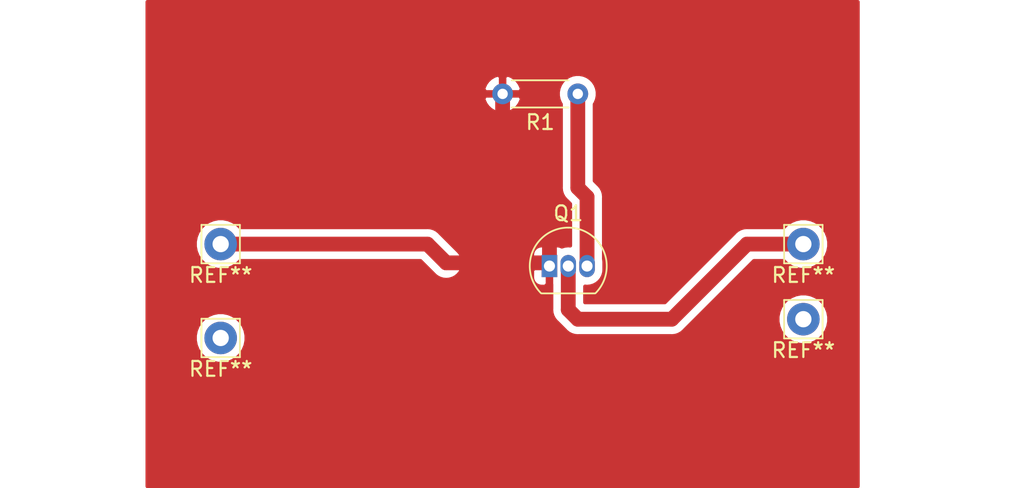
<source format=kicad_pcb>
(kicad_pcb (version 20171130) (host pcbnew "(5.1.4)-1")

  (general
    (thickness 1.6)
    (drawings 0)
    (tracks 15)
    (zones 0)
    (modules 6)
    (nets 4)
  )

  (page A4)
  (layers
    (0 F.Cu signal)
    (31 B.Cu signal)
    (32 B.Adhes user)
    (33 F.Adhes user)
    (34 B.Paste user)
    (35 F.Paste user)
    (36 B.SilkS user)
    (37 F.SilkS user)
    (38 B.Mask user)
    (39 F.Mask user)
    (40 Dwgs.User user)
    (41 Cmts.User user)
    (42 Eco1.User user)
    (43 Eco2.User user)
    (44 Edge.Cuts user)
    (45 Margin user)
    (46 B.CrtYd user)
    (47 F.CrtYd user)
    (48 B.Fab user)
    (49 F.Fab user)
  )

  (setup
    (last_trace_width 1)
    (user_trace_width 1)
    (trace_clearance 0.2)
    (zone_clearance 0.508)
    (zone_45_only no)
    (trace_min 0.2)
    (via_size 0.8)
    (via_drill 0.4)
    (via_min_size 0.4)
    (via_min_drill 0.3)
    (uvia_size 0.3)
    (uvia_drill 0.1)
    (uvias_allowed no)
    (uvia_min_size 0.2)
    (uvia_min_drill 0.1)
    (edge_width 0.05)
    (segment_width 0.2)
    (pcb_text_width 0.3)
    (pcb_text_size 1.5 1.5)
    (mod_edge_width 0.12)
    (mod_text_size 1 1)
    (mod_text_width 0.15)
    (pad_size 1.524 1.524)
    (pad_drill 0.762)
    (pad_to_mask_clearance 0.051)
    (solder_mask_min_width 0.25)
    (aux_axis_origin 0 0)
    (visible_elements FFFFFF7F)
    (pcbplotparams
      (layerselection 0x010fc_ffffffff)
      (usegerberextensions false)
      (usegerberattributes false)
      (usegerberadvancedattributes false)
      (creategerberjobfile false)
      (excludeedgelayer true)
      (linewidth 0.100000)
      (plotframeref false)
      (viasonmask false)
      (mode 1)
      (useauxorigin false)
      (hpglpennumber 1)
      (hpglpenspeed 20)
      (hpglpendiameter 15.000000)
      (psnegative false)
      (psa4output false)
      (plotreference true)
      (plotvalue true)
      (plotinvisibletext false)
      (padsonsilk false)
      (subtractmaskfromsilk false)
      (outputformat 1)
      (mirror false)
      (drillshape 1)
      (scaleselection 1)
      (outputdirectory ""))
  )

  (net 0 "")
  (net 1 Earth)
  (net 2 "Net-(Q1-Pad3)")
  (net 3 "Net-(Q1-Pad2)")

  (net_class Default "Esta es la clase de red por defecto."
    (clearance 0.2)
    (trace_width 0.25)
    (via_dia 0.8)
    (via_drill 0.4)
    (uvia_dia 0.3)
    (uvia_drill 0.1)
    (add_net Earth)
    (add_net "Net-(Q1-Pad2)")
    (add_net "Net-(Q1-Pad3)")
  )

  (module Connector_Pin:Pin_D1.1mm_L8.5mm_W2.5mm_FlatFork (layer F.Cu) (tedit 5A1DC085) (tstamp 5D9A8C31)
    (at 173.99 110.49)
    (descr "solder Pin_ with flat fork, hole diameter 1.1mm, length 8.5mm, width 2.5mm")
    (tags "solder Pin_ with flat fork")
    (fp_text reference REF** (at 0 2.1) (layer F.SilkS)
      (effects (font (size 1 1) (thickness 0.15)))
    )
    (fp_text value Pin_D1.1mm_L8.5mm_W2.5mm_FlatFork (at 0 -2.05) (layer F.Fab)
      (effects (font (size 1 1) (thickness 0.15)))
    )
    (fp_line (start 1.75 1.6) (end -1.75 1.6) (layer F.CrtYd) (width 0.05))
    (fp_line (start 1.75 1.6) (end 1.75 -1.6) (layer F.CrtYd) (width 0.05))
    (fp_line (start -1.75 -1.6) (end -1.75 1.6) (layer F.CrtYd) (width 0.05))
    (fp_line (start -1.75 -1.6) (end 1.75 -1.6) (layer F.CrtYd) (width 0.05))
    (fp_line (start 1.25 -0.25) (end -1.25 -0.25) (layer F.Fab) (width 0.12))
    (fp_line (start 1.25 0.25) (end 1.25 -0.25) (layer F.Fab) (width 0.12))
    (fp_line (start -1.25 0.25) (end 1.25 0.25) (layer F.Fab) (width 0.12))
    (fp_line (start -1.25 -0.25) (end -1.25 0.25) (layer F.Fab) (width 0.12))
    (fp_line (start -1.3 1.3) (end 1.3 1.3) (layer F.SilkS) (width 0.12))
    (fp_line (start 1.3 -1.3) (end 1.3 1.3) (layer F.SilkS) (width 0.12))
    (fp_line (start -1.3 -1.3) (end 1.3 -1.3) (layer F.SilkS) (width 0.12))
    (fp_line (start -1.3 1.3) (end -1.3 -1.3) (layer F.SilkS) (width 0.12))
    (fp_text user %R (at 0 2.1) (layer F.Fab)
      (effects (font (size 1 1) (thickness 0.15)))
    )
    (pad 1 thru_hole circle (at 0 0) (size 2.2 2.2) (drill 1.1) (layers *.Cu *.Mask))
    (model ${KISYS3DMOD}/Connector_Pin.3dshapes/Pin_D1.1mm_L8.5mm_W2.5mm_FlatFork.wrl
      (at (xyz 0 0 0))
      (scale (xyz 1 1 1))
      (rotate (xyz 0 0 0))
    )
  )

  (module Connector_Pin:Pin_D1.1mm_L8.5mm_W2.5mm_FlatFork (layer F.Cu) (tedit 5A1DC085) (tstamp 5D9A8BEC)
    (at 173.99 105.41)
    (descr "solder Pin_ with flat fork, hole diameter 1.1mm, length 8.5mm, width 2.5mm")
    (tags "solder Pin_ with flat fork")
    (fp_text reference REF** (at 0 2.1) (layer F.SilkS)
      (effects (font (size 1 1) (thickness 0.15)))
    )
    (fp_text value Pin_D1.1mm_L8.5mm_W2.5mm_FlatFork (at 0 -2.05) (layer F.Fab)
      (effects (font (size 1 1) (thickness 0.15)))
    )
    (fp_line (start 1.75 1.6) (end -1.75 1.6) (layer F.CrtYd) (width 0.05))
    (fp_line (start 1.75 1.6) (end 1.75 -1.6) (layer F.CrtYd) (width 0.05))
    (fp_line (start -1.75 -1.6) (end -1.75 1.6) (layer F.CrtYd) (width 0.05))
    (fp_line (start -1.75 -1.6) (end 1.75 -1.6) (layer F.CrtYd) (width 0.05))
    (fp_line (start 1.25 -0.25) (end -1.25 -0.25) (layer F.Fab) (width 0.12))
    (fp_line (start 1.25 0.25) (end 1.25 -0.25) (layer F.Fab) (width 0.12))
    (fp_line (start -1.25 0.25) (end 1.25 0.25) (layer F.Fab) (width 0.12))
    (fp_line (start -1.25 -0.25) (end -1.25 0.25) (layer F.Fab) (width 0.12))
    (fp_line (start -1.3 1.3) (end 1.3 1.3) (layer F.SilkS) (width 0.12))
    (fp_line (start 1.3 -1.3) (end 1.3 1.3) (layer F.SilkS) (width 0.12))
    (fp_line (start -1.3 -1.3) (end 1.3 -1.3) (layer F.SilkS) (width 0.12))
    (fp_line (start -1.3 1.3) (end -1.3 -1.3) (layer F.SilkS) (width 0.12))
    (fp_text user %R (at 0 2.1) (layer F.Fab)
      (effects (font (size 1 1) (thickness 0.15)))
    )
    (pad 1 thru_hole circle (at 0 0) (size 2.2 2.2) (drill 1.1) (layers *.Cu *.Mask))
    (model ${KISYS3DMOD}/Connector_Pin.3dshapes/Pin_D1.1mm_L8.5mm_W2.5mm_FlatFork.wrl
      (at (xyz 0 0 0))
      (scale (xyz 1 1 1))
      (rotate (xyz 0 0 0))
    )
  )

  (module Connector_Pin:Pin_D1.1mm_L8.5mm_W2.5mm_FlatFork (layer F.Cu) (tedit 5A1DC085) (tstamp 5D9A8BA7)
    (at 134.62 111.76)
    (descr "solder Pin_ with flat fork, hole diameter 1.1mm, length 8.5mm, width 2.5mm")
    (tags "solder Pin_ with flat fork")
    (fp_text reference REF** (at 0 2.1) (layer F.SilkS)
      (effects (font (size 1 1) (thickness 0.15)))
    )
    (fp_text value Pin_D1.1mm_L8.5mm_W2.5mm_FlatFork (at 0 -2.05) (layer F.Fab)
      (effects (font (size 1 1) (thickness 0.15)))
    )
    (fp_line (start 1.75 1.6) (end -1.75 1.6) (layer F.CrtYd) (width 0.05))
    (fp_line (start 1.75 1.6) (end 1.75 -1.6) (layer F.CrtYd) (width 0.05))
    (fp_line (start -1.75 -1.6) (end -1.75 1.6) (layer F.CrtYd) (width 0.05))
    (fp_line (start -1.75 -1.6) (end 1.75 -1.6) (layer F.CrtYd) (width 0.05))
    (fp_line (start 1.25 -0.25) (end -1.25 -0.25) (layer F.Fab) (width 0.12))
    (fp_line (start 1.25 0.25) (end 1.25 -0.25) (layer F.Fab) (width 0.12))
    (fp_line (start -1.25 0.25) (end 1.25 0.25) (layer F.Fab) (width 0.12))
    (fp_line (start -1.25 -0.25) (end -1.25 0.25) (layer F.Fab) (width 0.12))
    (fp_line (start -1.3 1.3) (end 1.3 1.3) (layer F.SilkS) (width 0.12))
    (fp_line (start 1.3 -1.3) (end 1.3 1.3) (layer F.SilkS) (width 0.12))
    (fp_line (start -1.3 -1.3) (end 1.3 -1.3) (layer F.SilkS) (width 0.12))
    (fp_line (start -1.3 1.3) (end -1.3 -1.3) (layer F.SilkS) (width 0.12))
    (fp_text user %R (at 0 2.1) (layer F.Fab)
      (effects (font (size 1 1) (thickness 0.15)))
    )
    (pad 1 thru_hole circle (at 0 0) (size 2.2 2.2) (drill 1.1) (layers *.Cu *.Mask))
    (model ${KISYS3DMOD}/Connector_Pin.3dshapes/Pin_D1.1mm_L8.5mm_W2.5mm_FlatFork.wrl
      (at (xyz 0 0 0))
      (scale (xyz 1 1 1))
      (rotate (xyz 0 0 0))
    )
  )

  (module Connector_Pin:Pin_D1.1mm_L8.5mm_W2.5mm_FlatFork (layer F.Cu) (tedit 5A1DC085) (tstamp 5D9A8B62)
    (at 134.62 105.41)
    (descr "solder Pin_ with flat fork, hole diameter 1.1mm, length 8.5mm, width 2.5mm")
    (tags "solder Pin_ with flat fork")
    (fp_text reference REF** (at 0 2.1) (layer F.SilkS)
      (effects (font (size 1 1) (thickness 0.15)))
    )
    (fp_text value Pin_D1.1mm_L8.5mm_W2.5mm_FlatFork (at 0 -2.05) (layer F.Fab)
      (effects (font (size 1 1) (thickness 0.15)))
    )
    (fp_line (start 1.75 1.6) (end -1.75 1.6) (layer F.CrtYd) (width 0.05))
    (fp_line (start 1.75 1.6) (end 1.75 -1.6) (layer F.CrtYd) (width 0.05))
    (fp_line (start -1.75 -1.6) (end -1.75 1.6) (layer F.CrtYd) (width 0.05))
    (fp_line (start -1.75 -1.6) (end 1.75 -1.6) (layer F.CrtYd) (width 0.05))
    (fp_line (start 1.25 -0.25) (end -1.25 -0.25) (layer F.Fab) (width 0.12))
    (fp_line (start 1.25 0.25) (end 1.25 -0.25) (layer F.Fab) (width 0.12))
    (fp_line (start -1.25 0.25) (end 1.25 0.25) (layer F.Fab) (width 0.12))
    (fp_line (start -1.25 -0.25) (end -1.25 0.25) (layer F.Fab) (width 0.12))
    (fp_line (start -1.3 1.3) (end 1.3 1.3) (layer F.SilkS) (width 0.12))
    (fp_line (start 1.3 -1.3) (end 1.3 1.3) (layer F.SilkS) (width 0.12))
    (fp_line (start -1.3 -1.3) (end 1.3 -1.3) (layer F.SilkS) (width 0.12))
    (fp_line (start -1.3 1.3) (end -1.3 -1.3) (layer F.SilkS) (width 0.12))
    (fp_text user %R (at 0 2.1) (layer F.Fab)
      (effects (font (size 1 1) (thickness 0.15)))
    )
    (pad 1 thru_hole circle (at 0 0) (size 2.2 2.2) (drill 1.1) (layers *.Cu *.Mask))
    (model ${KISYS3DMOD}/Connector_Pin.3dshapes/Pin_D1.1mm_L8.5mm_W2.5mm_FlatFork.wrl
      (at (xyz 0 0 0))
      (scale (xyz 1 1 1))
      (rotate (xyz 0 0 0))
    )
  )

  (module Resistor_THT:R_Axial_DIN0204_L3.6mm_D1.6mm_P5.08mm_Horizontal (layer F.Cu) (tedit 5AE5139B) (tstamp 5D9A87CA)
    (at 158.75 95.25 180)
    (descr "Resistor, Axial_DIN0204 series, Axial, Horizontal, pin pitch=5.08mm, 0.167W, length*diameter=3.6*1.6mm^2, http://cdn-reichelt.de/documents/datenblatt/B400/1_4W%23YAG.pdf")
    (tags "Resistor Axial_DIN0204 series Axial Horizontal pin pitch 5.08mm 0.167W length 3.6mm diameter 1.6mm")
    (path /5D9A3B49)
    (fp_text reference R1 (at 2.54 -1.92) (layer F.SilkS)
      (effects (font (size 1 1) (thickness 0.15)))
    )
    (fp_text value R (at 2.54 1.92) (layer F.Fab)
      (effects (font (size 1 1) (thickness 0.15)))
    )
    (fp_text user %R (at 7.914999 -7.425001) (layer F.Fab)
      (effects (font (size 0.72 0.72) (thickness 0.108)))
    )
    (fp_line (start 6.03 -1.05) (end -0.95 -1.05) (layer F.CrtYd) (width 0.05))
    (fp_line (start 6.03 1.05) (end 6.03 -1.05) (layer F.CrtYd) (width 0.05))
    (fp_line (start -0.95 1.05) (end 6.03 1.05) (layer F.CrtYd) (width 0.05))
    (fp_line (start -0.95 -1.05) (end -0.95 1.05) (layer F.CrtYd) (width 0.05))
    (fp_line (start 0.62 0.92) (end 4.46 0.92) (layer F.SilkS) (width 0.12))
    (fp_line (start 0.62 -0.92) (end 4.46 -0.92) (layer F.SilkS) (width 0.12))
    (fp_line (start 5.08 0) (end 4.34 0) (layer F.Fab) (width 0.1))
    (fp_line (start 0 0) (end 0.74 0) (layer F.Fab) (width 0.1))
    (fp_line (start 4.34 -0.8) (end 0.74 -0.8) (layer F.Fab) (width 0.1))
    (fp_line (start 4.34 0.8) (end 4.34 -0.8) (layer F.Fab) (width 0.1))
    (fp_line (start 0.74 0.8) (end 4.34 0.8) (layer F.Fab) (width 0.1))
    (fp_line (start 0.74 -0.8) (end 0.74 0.8) (layer F.Fab) (width 0.1))
    (pad 2 thru_hole oval (at 5.08 0 180) (size 1.4 1.4) (drill 0.7) (layers *.Cu *.Mask)
      (net 1 Earth))
    (pad 1 thru_hole circle (at 0 0 180) (size 1.4 1.4) (drill 0.7) (layers *.Cu *.Mask)
      (net 2 "Net-(Q1-Pad3)"))
    (model ${KISYS3DMOD}/Resistor_THT.3dshapes/R_Axial_DIN0204_L3.6mm_D1.6mm_P5.08mm_Horizontal.wrl
      (at (xyz 0 0 0))
      (scale (xyz 1 1 1))
      (rotate (xyz 0 0 0))
    )
  )

  (module Package_TO_SOT_THT:TO-92_Inline (layer F.Cu) (tedit 5A1DD157) (tstamp 5D9A87B7)
    (at 156.835001 106.895001)
    (descr "TO-92 leads in-line, narrow, oval pads, drill 0.75mm (see NXP sot054_po.pdf)")
    (tags "to-92 sc-43 sc-43a sot54 PA33 transistor")
    (path /5D9A405A)
    (fp_text reference Q1 (at 1.27 -3.56) (layer F.SilkS)
      (effects (font (size 1 1) (thickness 0.15)))
    )
    (fp_text value BT169B (at 1.27 2.79) (layer F.Fab)
      (effects (font (size 1 1) (thickness 0.15)))
    )
    (fp_arc (start 1.27 0) (end 1.27 -2.6) (angle 135) (layer F.SilkS) (width 0.12))
    (fp_arc (start 1.27 0) (end 1.27 -2.48) (angle -135) (layer F.Fab) (width 0.1))
    (fp_arc (start 1.27 0) (end 1.27 -2.6) (angle -135) (layer F.SilkS) (width 0.12))
    (fp_arc (start 1.27 0) (end 1.27 -2.48) (angle 135) (layer F.Fab) (width 0.1))
    (fp_line (start 4 2.01) (end -1.46 2.01) (layer F.CrtYd) (width 0.05))
    (fp_line (start 4 2.01) (end 4 -2.73) (layer F.CrtYd) (width 0.05))
    (fp_line (start -1.46 -2.73) (end -1.46 2.01) (layer F.CrtYd) (width 0.05))
    (fp_line (start -1.46 -2.73) (end 4 -2.73) (layer F.CrtYd) (width 0.05))
    (fp_line (start -0.5 1.75) (end 3 1.75) (layer F.Fab) (width 0.1))
    (fp_line (start -0.53 1.85) (end 3.07 1.85) (layer F.SilkS) (width 0.12))
    (fp_text user %R (at 1.27 -3.56) (layer F.Fab)
      (effects (font (size 1 1) (thickness 0.15)))
    )
    (pad 1 thru_hole rect (at 0 0) (size 1.05 1.5) (drill 0.75) (layers *.Cu *.Mask)
      (net 1 Earth))
    (pad 3 thru_hole oval (at 2.54 0) (size 1.05 1.5) (drill 0.75) (layers *.Cu *.Mask)
      (net 2 "Net-(Q1-Pad3)"))
    (pad 2 thru_hole oval (at 1.27 0) (size 1.05 1.5) (drill 0.75) (layers *.Cu *.Mask)
      (net 3 "Net-(Q1-Pad2)"))
    (model ${KISYS3DMOD}/Package_TO_SOT_THT.3dshapes/TO-92_Inline.wrl
      (at (xyz 0 0 0))
      (scale (xyz 1 1 1))
      (rotate (xyz 0 0 0))
    )
  )

  (segment (start 134.62 105.41) (end 148.59 105.41) (width 1) (layer F.Cu) (net 0))
  (segment (start 148.59 105.41) (end 149.86 106.68) (width 1) (layer F.Cu) (net 0))
  (segment (start 156.62 106.68) (end 156.835001 106.895001) (width 1) (layer F.Cu) (net 1))
  (segment (start 149.86 106.68) (end 156.62 106.68) (width 1) (layer F.Cu) (net 1))
  (segment (start 156.835001 106.895001) (end 156.835001 100.955001) (width 1) (layer F.Cu) (net 1))
  (segment (start 153.67 97.79) (end 153.67 95.25) (width 1) (layer F.Cu) (net 1))
  (segment (start 156.835001 100.955001) (end 153.67 97.79) (width 1) (layer F.Cu) (net 1))
  (segment (start 158.75 95.25) (end 158.75 101.6) (width 1) (layer F.Cu) (net 2))
  (segment (start 159.375001 102.225001) (end 159.375001 106.895001) (width 1) (layer F.Cu) (net 2))
  (segment (start 158.75 101.6) (end 159.375001 102.225001) (width 1) (layer F.Cu) (net 2))
  (segment (start 158.105001 106.895001) (end 158.105001 109.845001) (width 1) (layer F.Cu) (net 3))
  (segment (start 158.105001 109.845001) (end 158.75 110.49) (width 1) (layer F.Cu) (net 3))
  (segment (start 158.75 110.49) (end 165.1 110.49) (width 1) (layer F.Cu) (net 3))
  (segment (start 170.18 105.41) (end 173.99 105.41) (width 1) (layer F.Cu) (net 3))
  (segment (start 165.1 110.49) (end 170.18 105.41) (width 1) (layer F.Cu) (net 3))

  (zone (net 1) (net_name Earth) (layer F.Cu) (tstamp 0) (hatch edge 0.508)
    (connect_pads (clearance 0.508))
    (min_thickness 0.254)
    (fill yes (arc_segments 32) (thermal_gap 0.508) (thermal_bridge_width 0.508))
    (polygon
      (pts
        (xy 129.54 88.9) (xy 177.8 88.9) (xy 177.8 121.92) (xy 129.54 121.92)
      )
    )
    (filled_polygon
      (pts
        (xy 177.673 121.793) (xy 129.667 121.793) (xy 129.667 111.589117) (xy 132.885 111.589117) (xy 132.885 111.930883)
        (xy 132.951675 112.266081) (xy 133.082463 112.581831) (xy 133.272337 112.865998) (xy 133.514002 113.107663) (xy 133.798169 113.297537)
        (xy 134.113919 113.428325) (xy 134.449117 113.495) (xy 134.790883 113.495) (xy 135.126081 113.428325) (xy 135.441831 113.297537)
        (xy 135.725998 113.107663) (xy 135.967663 112.865998) (xy 136.157537 112.581831) (xy 136.288325 112.266081) (xy 136.355 111.930883)
        (xy 136.355 111.589117) (xy 136.288325 111.253919) (xy 136.157537 110.938169) (xy 135.967663 110.654002) (xy 135.725998 110.412337)
        (xy 135.441831 110.222463) (xy 135.126081 110.091675) (xy 134.790883 110.025) (xy 134.449117 110.025) (xy 134.113919 110.091675)
        (xy 133.798169 110.222463) (xy 133.514002 110.412337) (xy 133.272337 110.654002) (xy 133.082463 110.938169) (xy 132.951675 111.253919)
        (xy 132.885 111.589117) (xy 129.667 111.589117) (xy 129.667 105.239117) (xy 132.885 105.239117) (xy 132.885 105.580883)
        (xy 132.951675 105.916081) (xy 133.082463 106.231831) (xy 133.272337 106.515998) (xy 133.514002 106.757663) (xy 133.798169 106.947537)
        (xy 134.113919 107.078325) (xy 134.449117 107.145) (xy 134.790883 107.145) (xy 135.126081 107.078325) (xy 135.441831 106.947537)
        (xy 135.725998 106.757663) (xy 135.938661 106.545) (xy 148.119869 106.545) (xy 149.096856 107.521988) (xy 149.226377 107.628283)
        (xy 149.423553 107.733675) (xy 149.6375 107.798577) (xy 149.859999 107.82049) (xy 150.082498 107.798577) (xy 150.296446 107.733675)
        (xy 150.462344 107.645001) (xy 155.671929 107.645001) (xy 155.684189 107.769483) (xy 155.720499 107.889181) (xy 155.779464 107.999495)
        (xy 155.858816 108.096186) (xy 155.955507 108.175538) (xy 156.065821 108.234503) (xy 156.185519 108.270813) (xy 156.310001 108.283073)
        (xy 156.549251 108.280001) (xy 156.708001 108.121251) (xy 156.708001 107.022001) (xy 155.833751 107.022001) (xy 155.675001 107.180751)
        (xy 155.671929 107.645001) (xy 150.462344 107.645001) (xy 150.493622 107.628283) (xy 150.666448 107.486448) (xy 150.808283 107.313622)
        (xy 150.913675 107.116446) (xy 150.978577 106.902498) (xy 151.00049 106.679999) (xy 150.978577 106.4575) (xy 150.913675 106.243553)
        (xy 150.860999 106.145001) (xy 155.671929 106.145001) (xy 155.675001 106.609251) (xy 155.833751 106.768001) (xy 156.708001 106.768001)
        (xy 156.708001 106.613023) (xy 156.945001 106.613023) (xy 156.945001 107.17698) (xy 156.961786 107.347401) (xy 156.962001 107.34811)
        (xy 156.962001 108.121251) (xy 156.970001 108.129251) (xy 156.970002 109.78924) (xy 156.96451 109.845001) (xy 156.986424 110.067499)
        (xy 157.051325 110.281447) (xy 157.051326 110.281448) (xy 157.156718 110.478624) (xy 157.298553 110.65145) (xy 157.341861 110.686992)
        (xy 157.908004 111.253135) (xy 157.943551 111.296449) (xy 158.116377 111.438284) (xy 158.313553 111.543676) (xy 158.527501 111.608577)
        (xy 158.694248 111.625) (xy 158.694257 111.625) (xy 158.749999 111.63049) (xy 158.805741 111.625) (xy 165.044249 111.625)
        (xy 165.1 111.630491) (xy 165.155751 111.625) (xy 165.155752 111.625) (xy 165.322499 111.608577) (xy 165.536447 111.543676)
        (xy 165.733623 111.438284) (xy 165.906449 111.296449) (xy 165.941996 111.253135) (xy 166.876014 110.319117) (xy 172.255 110.319117)
        (xy 172.255 110.660883) (xy 172.321675 110.996081) (xy 172.452463 111.311831) (xy 172.642337 111.595998) (xy 172.884002 111.837663)
        (xy 173.168169 112.027537) (xy 173.483919 112.158325) (xy 173.819117 112.225) (xy 174.160883 112.225) (xy 174.496081 112.158325)
        (xy 174.811831 112.027537) (xy 175.095998 111.837663) (xy 175.337663 111.595998) (xy 175.527537 111.311831) (xy 175.658325 110.996081)
        (xy 175.725 110.660883) (xy 175.725 110.319117) (xy 175.658325 109.983919) (xy 175.527537 109.668169) (xy 175.337663 109.384002)
        (xy 175.095998 109.142337) (xy 174.811831 108.952463) (xy 174.496081 108.821675) (xy 174.160883 108.755) (xy 173.819117 108.755)
        (xy 173.483919 108.821675) (xy 173.168169 108.952463) (xy 172.884002 109.142337) (xy 172.642337 109.384002) (xy 172.452463 109.668169)
        (xy 172.321675 109.983919) (xy 172.255 110.319117) (xy 166.876014 110.319117) (xy 170.650132 106.545) (xy 172.671339 106.545)
        (xy 172.884002 106.757663) (xy 173.168169 106.947537) (xy 173.483919 107.078325) (xy 173.819117 107.145) (xy 174.160883 107.145)
        (xy 174.496081 107.078325) (xy 174.811831 106.947537) (xy 175.095998 106.757663) (xy 175.337663 106.515998) (xy 175.527537 106.231831)
        (xy 175.658325 105.916081) (xy 175.725 105.580883) (xy 175.725 105.239117) (xy 175.658325 104.903919) (xy 175.527537 104.588169)
        (xy 175.337663 104.304002) (xy 175.095998 104.062337) (xy 174.811831 103.872463) (xy 174.496081 103.741675) (xy 174.160883 103.675)
        (xy 173.819117 103.675) (xy 173.483919 103.741675) (xy 173.168169 103.872463) (xy 172.884002 104.062337) (xy 172.671339 104.275)
        (xy 170.235751 104.275) (xy 170.18 104.269509) (xy 170.124248 104.275) (xy 169.957501 104.291423) (xy 169.743553 104.356324)
        (xy 169.546377 104.461716) (xy 169.373551 104.603551) (xy 169.338009 104.646859) (xy 164.629869 109.355) (xy 159.240001 109.355)
        (xy 159.240001 108.272317) (xy 159.375001 108.285613) (xy 159.602401 108.263216) (xy 159.821061 108.196886) (xy 160.02258 108.089172)
        (xy 160.199213 107.944213) (xy 160.344172 107.76758) (xy 160.451886 107.56606) (xy 160.518216 107.3474) (xy 160.535001 107.176979)
        (xy 160.535001 106.613022) (xy 160.518216 106.442601) (xy 160.510001 106.41552) (xy 160.510001 102.280753) (xy 160.515492 102.225001)
        (xy 160.493578 102.002502) (xy 160.428677 101.788554) (xy 160.357693 101.655752) (xy 160.323285 101.591378) (xy 160.18145 101.418552)
        (xy 160.138136 101.383005) (xy 159.885 101.129869) (xy 159.885 95.954288) (xy 159.933061 95.882359) (xy 160.033696 95.639405)
        (xy 160.085 95.381486) (xy 160.085 95.118514) (xy 160.033696 94.860595) (xy 159.933061 94.617641) (xy 159.786962 94.398987)
        (xy 159.601013 94.213038) (xy 159.382359 94.066939) (xy 159.139405 93.966304) (xy 158.881486 93.915) (xy 158.618514 93.915)
        (xy 158.360595 93.966304) (xy 158.117641 94.066939) (xy 157.898987 94.213038) (xy 157.713038 94.398987) (xy 157.566939 94.617641)
        (xy 157.466304 94.860595) (xy 157.415 95.118514) (xy 157.415 95.381486) (xy 157.466304 95.639405) (xy 157.566939 95.882359)
        (xy 157.615 95.954288) (xy 157.615001 101.544239) (xy 157.609509 101.6) (xy 157.631423 101.822498) (xy 157.696324 102.036446)
        (xy 157.696325 102.036447) (xy 157.801717 102.233623) (xy 157.943552 102.406449) (xy 157.98686 102.441991) (xy 158.240001 102.695132)
        (xy 158.240002 105.517685) (xy 158.105001 105.504389) (xy 157.877601 105.526786) (xy 157.668903 105.590094) (xy 157.604181 105.555499)
        (xy 157.484483 105.519189) (xy 157.360001 105.506929) (xy 157.120751 105.510001) (xy 156.962001 105.668751) (xy 156.962001 106.441893)
        (xy 156.961786 106.442602) (xy 156.945001 106.613023) (xy 156.708001 106.613023) (xy 156.708001 105.668751) (xy 156.549251 105.510001)
        (xy 156.310001 105.506929) (xy 156.185519 105.519189) (xy 156.065821 105.555499) (xy 155.955507 105.614464) (xy 155.858816 105.693816)
        (xy 155.779464 105.790507) (xy 155.720499 105.900821) (xy 155.684189 106.020519) (xy 155.671929 106.145001) (xy 150.860999 106.145001)
        (xy 150.808283 106.046377) (xy 150.701988 105.916856) (xy 149.431996 104.646865) (xy 149.396449 104.603551) (xy 149.223623 104.461716)
        (xy 149.026447 104.356324) (xy 148.812499 104.291423) (xy 148.645752 104.275) (xy 148.645751 104.275) (xy 148.59 104.269509)
        (xy 148.534249 104.275) (xy 135.938661 104.275) (xy 135.725998 104.062337) (xy 135.441831 103.872463) (xy 135.126081 103.741675)
        (xy 134.790883 103.675) (xy 134.449117 103.675) (xy 134.113919 103.741675) (xy 133.798169 103.872463) (xy 133.514002 104.062337)
        (xy 133.272337 104.304002) (xy 133.082463 104.588169) (xy 132.951675 104.903919) (xy 132.885 105.239117) (xy 129.667 105.239117)
        (xy 129.667 95.583329) (xy 152.377284 95.583329) (xy 152.409953 95.691044) (xy 152.520208 95.928392) (xy 152.674649 96.13967)
        (xy 152.86734 96.316759) (xy 153.090877 96.452853) (xy 153.33667 96.542722) (xy 153.543 96.420201) (xy 153.543 95.377)
        (xy 153.797 95.377) (xy 153.797 96.420201) (xy 154.00333 96.542722) (xy 154.249123 96.452853) (xy 154.47266 96.316759)
        (xy 154.665351 96.13967) (xy 154.819792 95.928392) (xy 154.930047 95.691044) (xy 154.962716 95.583329) (xy 154.839374 95.377)
        (xy 153.797 95.377) (xy 153.543 95.377) (xy 152.500626 95.377) (xy 152.377284 95.583329) (xy 129.667 95.583329)
        (xy 129.667 94.916671) (xy 152.377284 94.916671) (xy 152.500626 95.123) (xy 153.543 95.123) (xy 153.543 94.079799)
        (xy 153.797 94.079799) (xy 153.797 95.123) (xy 154.839374 95.123) (xy 154.962716 94.916671) (xy 154.930047 94.808956)
        (xy 154.819792 94.571608) (xy 154.665351 94.36033) (xy 154.47266 94.183241) (xy 154.249123 94.047147) (xy 154.00333 93.957278)
        (xy 153.797 94.079799) (xy 153.543 94.079799) (xy 153.33667 93.957278) (xy 153.090877 94.047147) (xy 152.86734 94.183241)
        (xy 152.674649 94.36033) (xy 152.520208 94.571608) (xy 152.409953 94.808956) (xy 152.377284 94.916671) (xy 129.667 94.916671)
        (xy 129.667 89.027) (xy 177.673 89.027)
      )
    )
  )
)

</source>
